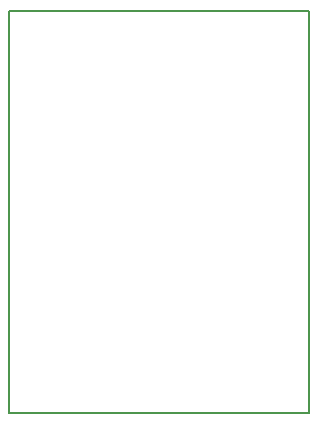
<source format=gm1>
G04 MADE WITH FRITZING*
G04 WWW.FRITZING.ORG*
G04 DOUBLE SIDED*
G04 HOLES PLATED*
G04 CONTOUR ON CENTER OF CONTOUR VECTOR*
%ASAXBY*%
%FSLAX23Y23*%
%MOIN*%
%OFA0B0*%
%SFA1.0B1.0*%
%ADD10R,1.007874X1.346460*%
%ADD11C,0.008000*%
%ADD10C,0.008*%
%LNCONTOUR*%
G90*
G70*
G54D10*
G54D11*
X4Y1342D02*
X1004Y1342D01*
X1004Y4D01*
X4Y4D01*
X4Y1342D01*
D02*
G04 End of contour*
M02*
</source>
